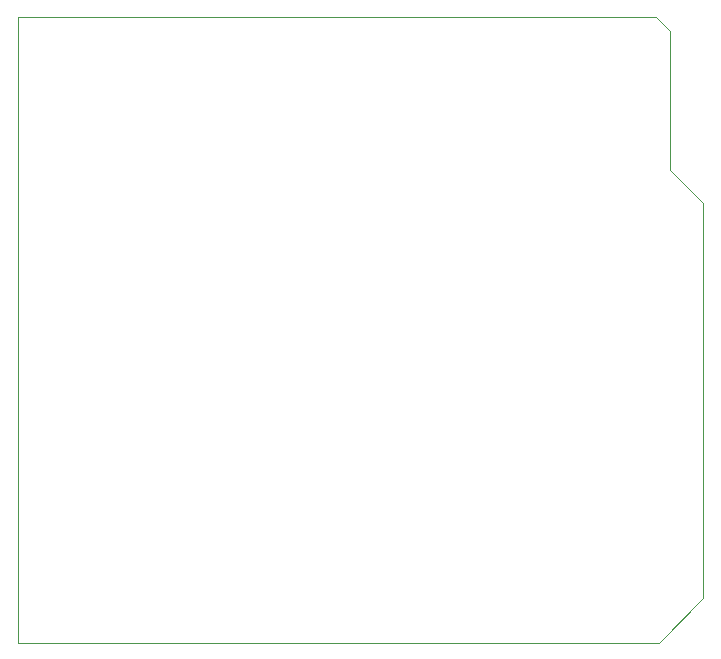
<source format=gbr>
%TF.GenerationSoftware,KiCad,Pcbnew,8.0.7+1*%
%TF.CreationDate,2025-02-19T15:00:20+01:00*%
%TF.ProjectId,ts14-arduino-shield,74733134-2d61-4726-9475-696e6f2d7368,rev?*%
%TF.SameCoordinates,Original*%
%TF.FileFunction,Profile,NP*%
%FSLAX46Y46*%
G04 Gerber Fmt 4.6, Leading zero omitted, Abs format (unit mm)*
G04 Created by KiCad (PCBNEW 8.0.7+1) date 2025-02-19 15:00:20*
%MOMM*%
%LPD*%
G01*
G04 APERTURE LIST*
%TA.AperFunction,Profile*%
%ADD10C,0.120000*%
%TD*%
G04 APERTURE END LIST*
D10*
X175250000Y-83000000D02*
X178000000Y-85750000D01*
X120000000Y-123000000D02*
X120000000Y-70000000D01*
X174250000Y-123000000D02*
X120000000Y-123000000D01*
X174000000Y-70000000D02*
X175250000Y-71250000D01*
X178000000Y-119250000D02*
X174250000Y-123000000D01*
X120000000Y-70000000D02*
X174000000Y-70000000D01*
X178000000Y-85750000D02*
X178000000Y-119250000D01*
X175250000Y-71250000D02*
X175250000Y-83000000D01*
M02*

</source>
